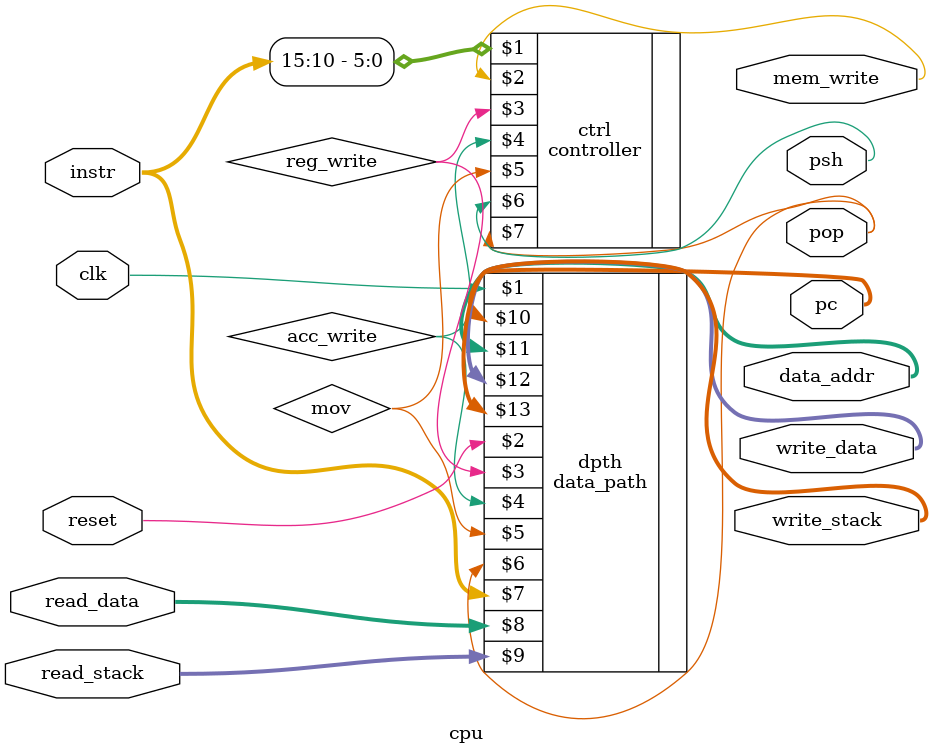
<source format=v>
`timescale 1ns / 1ps


module cpu(
    input         clk,
    input         reset,
    input  [15:0] instr,
    input  [15:0] read_data,
    input  [15:0] read_stack,
    output        mem_write,
    output [15:0] pc,
    output [15:0] data_addr,
    output [15:0] write_data,
    output        psh,
    output        pop,
    output [15:0] write_stack
);

wire reg_write;

controller ctrl(
    instr[15:10], 
    mem_write, reg_write, acc_write, mov, psh, pop
);

data_path  dpth(
    clk, reset, reg_write, acc_write, mov, pop, instr, read_data, read_stack,
    pc, data_addr, write_data, write_stack
);

endmodule

</source>
